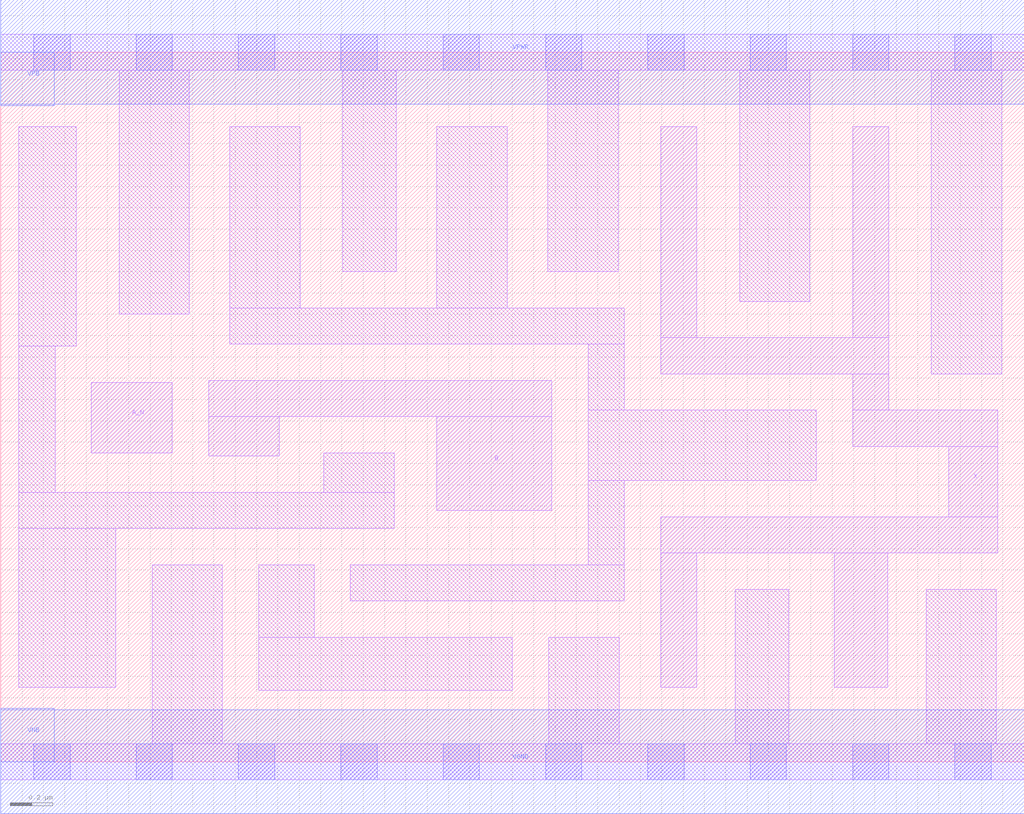
<source format=lef>
# Copyright 2020 The SkyWater PDK Authors
#
# Licensed under the Apache License, Version 2.0 (the "License");
# you may not use this file except in compliance with the License.
# You may obtain a copy of the License at
#
#     https://www.apache.org/licenses/LICENSE-2.0
#
# Unless required by applicable law or agreed to in writing, software
# distributed under the License is distributed on an "AS IS" BASIS,
# WITHOUT WARRANTIES OR CONDITIONS OF ANY KIND, either express or implied.
# See the License for the specific language governing permissions and
# limitations under the License.
#
# SPDX-License-Identifier: Apache-2.0

VERSION 5.5 ;
NAMESCASESENSITIVE ON ;
BUSBITCHARS "[]" ;
DIVIDERCHAR "/" ;
MACRO sky130_fd_sc_ms__and2b_4
  CLASS CORE ;
  SOURCE USER ;
  ORIGIN  0.000000  0.000000 ;
  SIZE  4.800000 BY  3.330000 ;
  SYMMETRY X Y ;
  SITE unit ;
  PIN A_N
    ANTENNAGATEAREA  0.246000 ;
    DIRECTION INPUT ;
    USE SIGNAL ;
    PORT
      LAYER li1 ;
        RECT 0.425000 1.450000 0.805000 1.780000 ;
    END
  END A_N
  PIN B
    ANTENNAGATEAREA  0.444000 ;
    DIRECTION INPUT ;
    USE SIGNAL ;
    PORT
      LAYER li1 ;
        RECT 0.975000 1.435000 1.305000 1.620000 ;
        RECT 0.975000 1.620000 2.585000 1.790000 ;
        RECT 2.045000 1.180000 2.585000 1.620000 ;
    END
  END B
  PIN X
    ANTENNADIFFAREA  1.093800 ;
    DIRECTION OUTPUT ;
    USE SIGNAL ;
    PORT
      LAYER li1 ;
        RECT 3.095000 0.350000 3.265000 0.980000 ;
        RECT 3.095000 0.980000 4.675000 1.150000 ;
        RECT 3.095000 1.820000 4.165000 1.990000 ;
        RECT 3.095000 1.990000 3.265000 2.980000 ;
        RECT 3.910000 0.350000 4.160000 0.980000 ;
        RECT 3.995000 1.480000 4.675000 1.650000 ;
        RECT 3.995000 1.650000 4.165000 1.820000 ;
        RECT 3.995000 1.990000 4.165000 2.980000 ;
        RECT 4.445000 1.150000 4.675000 1.480000 ;
    END
  END X
  PIN VGND
    DIRECTION INOUT ;
    USE GROUND ;
    PORT
      LAYER met1 ;
        RECT 0.000000 -0.245000 4.800000 0.245000 ;
    END
  END VGND
  PIN VNB
    DIRECTION INOUT ;
    USE GROUND ;
    PORT
      LAYER met1 ;
        RECT 0.000000 0.000000 0.250000 0.250000 ;
    END
  END VNB
  PIN VPB
    DIRECTION INOUT ;
    USE POWER ;
    PORT
      LAYER met1 ;
        RECT 0.000000 3.080000 0.250000 3.330000 ;
    END
  END VPB
  PIN VPWR
    DIRECTION INOUT ;
    USE POWER ;
    PORT
      LAYER met1 ;
        RECT 0.000000 3.085000 4.800000 3.575000 ;
    END
  END VPWR
  OBS
    LAYER li1 ;
      RECT 0.000000 -0.085000 4.800000 0.085000 ;
      RECT 0.000000  3.245000 4.800000 3.415000 ;
      RECT 0.085000  0.350000 0.540000 1.095000 ;
      RECT 0.085000  1.095000 1.845000 1.265000 ;
      RECT 0.085000  1.265000 0.255000 1.950000 ;
      RECT 0.085000  1.950000 0.355000 2.980000 ;
      RECT 0.555000  2.100000 0.885000 3.245000 ;
      RECT 0.710000  0.085000 1.040000 0.925000 ;
      RECT 1.075000  1.960000 2.925000 2.130000 ;
      RECT 1.075000  2.130000 1.405000 2.980000 ;
      RECT 1.210000  0.335000 2.400000 0.585000 ;
      RECT 1.210000  0.585000 1.470000 0.925000 ;
      RECT 1.515000  1.265000 1.845000 1.450000 ;
      RECT 1.605000  2.300000 1.855000 3.245000 ;
      RECT 1.640000  0.755000 2.925000 0.925000 ;
      RECT 2.045000  2.130000 2.375000 2.980000 ;
      RECT 2.565000  2.300000 2.895000 3.245000 ;
      RECT 2.570000  0.085000 2.900000 0.585000 ;
      RECT 2.755000  0.925000 2.925000 1.320000 ;
      RECT 2.755000  1.320000 3.825000 1.650000 ;
      RECT 2.755000  1.650000 2.925000 1.960000 ;
      RECT 3.445000  0.085000 3.695000 0.810000 ;
      RECT 3.465000  2.160000 3.795000 3.245000 ;
      RECT 4.340000  0.085000 4.670000 0.810000 ;
      RECT 4.365000  1.820000 4.695000 3.245000 ;
    LAYER mcon ;
      RECT 0.155000 -0.085000 0.325000 0.085000 ;
      RECT 0.155000  3.245000 0.325000 3.415000 ;
      RECT 0.635000 -0.085000 0.805000 0.085000 ;
      RECT 0.635000  3.245000 0.805000 3.415000 ;
      RECT 1.115000 -0.085000 1.285000 0.085000 ;
      RECT 1.115000  3.245000 1.285000 3.415000 ;
      RECT 1.595000 -0.085000 1.765000 0.085000 ;
      RECT 1.595000  3.245000 1.765000 3.415000 ;
      RECT 2.075000 -0.085000 2.245000 0.085000 ;
      RECT 2.075000  3.245000 2.245000 3.415000 ;
      RECT 2.555000 -0.085000 2.725000 0.085000 ;
      RECT 2.555000  3.245000 2.725000 3.415000 ;
      RECT 3.035000 -0.085000 3.205000 0.085000 ;
      RECT 3.035000  3.245000 3.205000 3.415000 ;
      RECT 3.515000 -0.085000 3.685000 0.085000 ;
      RECT 3.515000  3.245000 3.685000 3.415000 ;
      RECT 3.995000 -0.085000 4.165000 0.085000 ;
      RECT 3.995000  3.245000 4.165000 3.415000 ;
      RECT 4.475000 -0.085000 4.645000 0.085000 ;
      RECT 4.475000  3.245000 4.645000 3.415000 ;
  END
END sky130_fd_sc_ms__and2b_4
END LIBRARY

</source>
